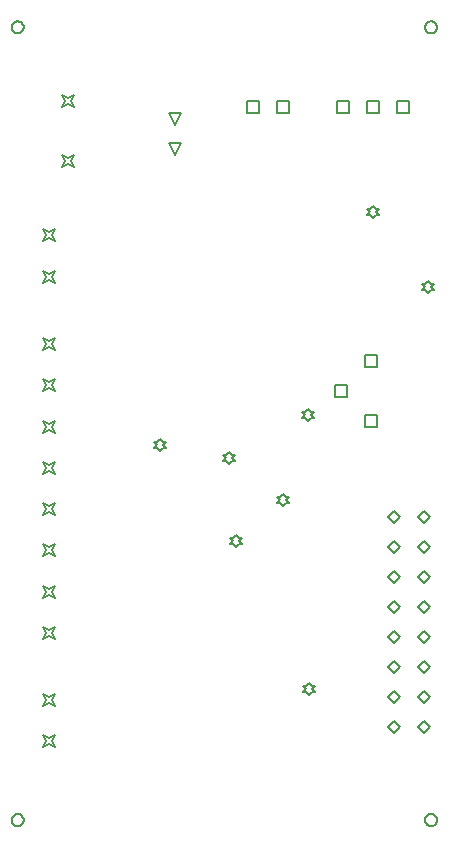
<source format=gbr>
%FSTAX23Y23*%
%MOIN*%
%SFA1B1*%

%IPPOS*%
%ADD31C,0.005000*%
%ADD62C,0.006667*%
%LN+-10v_stepdir_colorlight_drawing_1-1*%
%LPD*%
G54D31*
X0022Y0072D02*
X0023Y0074D01*
X0022Y0076*
X0024Y0075*
X0026Y0076*
X0025Y0074*
X0026Y0072*
X0024Y0073*
X0022Y0072*
Y00858D02*
X0023Y00878D01*
X0022Y00898*
X0024Y00888*
X0026Y00898*
X0025Y00878*
X0026Y00858*
X0024Y00868*
X0022Y00858*
Y00996D02*
X0023Y01016D01*
X0022Y01036*
X0024Y01026*
X0026Y01036*
X0025Y01016*
X0026Y00996*
X0024Y01006*
X0022Y00996*
Y01133D02*
X0023Y01153D01*
X0022Y01173*
X0024Y01163*
X0026Y01173*
X0025Y01153*
X0026Y01133*
X0024Y01143*
X0022Y01133*
Y01271D02*
X0023Y01291D01*
X0022Y01311*
X0024Y01301*
X0026Y01311*
X0025Y01291*
X0026Y01271*
X0024Y01281*
X0022Y01271*
Y01409D02*
X0023Y01429D01*
X0022Y01449*
X0024Y01439*
X0026Y01449*
X0025Y01429*
X0026Y01409*
X0024Y01419*
X0022Y01409*
Y01547D02*
X0023Y01567D01*
X0022Y01587*
X0024Y01577*
X0026Y01587*
X0025Y01567*
X0026Y01547*
X0024Y01557*
X0022Y01547*
Y01685D02*
X0023Y01705D01*
X0022Y01725*
X0024Y01715*
X0026Y01725*
X0025Y01705*
X0026Y01685*
X0024Y01695*
X0022Y01685*
Y02047D02*
X0023Y02067D01*
X0022Y02087*
X0024Y02077*
X0026Y02087*
X0025Y02067*
X0026Y02047*
X0024Y02057*
X0022Y02047*
Y01909D02*
X0023Y01929D01*
X0022Y01949*
X0024Y01939*
X0026Y01949*
X0025Y01929*
X0026Y01909*
X0024Y01919*
X0022Y01909*
Y00499D02*
X0023Y00519D01*
X0022Y00539*
X0024Y00529*
X0026Y00539*
X0025Y00519*
X0026Y00499*
X0024Y00509*
X0022Y00499*
Y00361D02*
X0023Y00381D01*
X0022Y00401*
X0024Y00391*
X0026Y00401*
X0025Y00381*
X0026Y00361*
X0024Y00371*
X0022Y00361*
X013Y02474D02*
Y02514D01*
X0134*
Y02474*
X013*
X014D02*
Y02514D01*
X0144*
Y02474*
X014*
X012D02*
Y02514D01*
X0124*
Y02474*
X012*
X01D02*
Y02514D01*
X0104*
Y02474*
X01*
X009D02*
Y02514D01*
X0094*
Y02474*
X009*
X0066Y02334D02*
X0064Y02374D01*
X0068*
X0066Y02334*
Y02434D02*
X0064Y02474D01*
X0068*
X0066Y02434*
X00285Y02294D02*
X00295Y02314D01*
X00285Y02334*
X00305Y02324*
X00325Y02334*
X00315Y02314*
X00325Y02294*
X00305Y02304*
X00285Y02294*
Y02494D02*
X00295Y02514D01*
X00285Y02534*
X00305Y02524*
X00325Y02534*
X00315Y02514*
X00325Y02494*
X00305Y02504*
X00285Y02494*
X01295Y01429D02*
Y01469D01*
X01335*
Y01429*
X01295*
X01195Y01529D02*
Y01569D01*
X01235*
Y01529*
X01195*
X01295Y01629D02*
Y01669D01*
X01335*
Y01629*
X01295*
X0137Y01129D02*
X0139Y01149D01*
X0141Y01129*
X0139Y01109*
X0137Y01129*
X0147D02*
X0149Y01149D01*
X0151Y01129*
X0149Y01109*
X0147Y01129*
X0137Y01029D02*
X0139Y01049D01*
X0141Y01029*
X0139Y01009*
X0137Y01029*
X0147D02*
X0149Y01049D01*
X0151Y01029*
X0149Y01009*
X0147Y01029*
X0137Y00929D02*
X0139Y00949D01*
X0141Y00929*
X0139Y00909*
X0137Y00929*
X0147D02*
X0149Y00949D01*
X0151Y00929*
X0149Y00909*
X0147Y00929*
X0137Y00829D02*
X0139Y00849D01*
X0141Y00829*
X0139Y00809*
X0137Y00829*
X0147D02*
X0149Y00849D01*
X0151Y00829*
X0149Y00809*
X0147Y00829*
X0137Y00729D02*
X0139Y00749D01*
X0141Y00729*
X0139Y00709*
X0137Y00729*
X0147D02*
X0149Y00749D01*
X0151Y00729*
X0149Y00709*
X0147Y00729*
X0137Y00629D02*
X0139Y00649D01*
X0141Y00629*
X0139Y00609*
X0137Y00629*
X0147D02*
X0149Y00649D01*
X0151Y00629*
X0149Y00609*
X0147Y00629*
X0137Y00529D02*
X0139Y00549D01*
X0141Y00529*
X0139Y00509*
X0137Y00529*
X0147D02*
X0149Y00549D01*
X0151Y00529*
X0149Y00509*
X0147Y00529*
X0137Y00429D02*
X0139Y00449D01*
X0141Y00429*
X0139Y00409*
X0137Y00429*
X0147D02*
X0149Y00449D01*
X0151Y00429*
X0149Y00409*
X0147Y00429*
X0102Y01164D02*
X0103Y01174D01*
X0104*
X0103Y01184*
X0104Y01194*
X0103*
X0102Y01204*
X0101Y01194*
X01*
X0101Y01184*
X01Y01174*
X0101*
X0102Y01164*
X01105Y01449D02*
X01115Y01459D01*
X01125*
X01115Y01469*
X01125Y01479*
X01115*
X01105Y01489*
X01095Y01479*
X01085*
X01095Y01469*
X01085Y01459*
X01095*
X01105Y01449*
X01107Y00534D02*
X01117Y00544D01*
X01127*
X01117Y00554*
X01127Y00564*
X01117*
X01107Y00574*
X01097Y00564*
X01087*
X01097Y00554*
X01087Y00544*
X01097*
X01107Y00534*
X00865Y01029D02*
X00875Y01039D01*
X00885*
X00875Y01049*
X00885Y01059*
X00875*
X00865Y01069*
X00855Y01059*
X00845*
X00855Y01049*
X00845Y01039*
X00855*
X00865Y01029*
X0061Y01349D02*
X0062Y01359D01*
X0063*
X0062Y01369*
X0063Y01379*
X0062*
X0061Y01389*
X006Y01379*
X0059*
X006Y01369*
X0059Y01359*
X006*
X0061Y01349*
X01505Y01874D02*
X01515Y01884D01*
X01525*
X01515Y01894*
X01525Y01904*
X01515*
X01505Y01914*
X01495Y01904*
X01485*
X01495Y01894*
X01485Y01884*
X01495*
X01505Y01874*
X01323Y02123D02*
X01333Y02133D01*
X01343*
X01333Y02143*
X01343Y02153*
X01333*
X01323Y02163*
X01313Y02153*
X01303*
X01313Y02143*
X01303Y02133*
X01313*
X01323Y02123*
X0084Y01304D02*
X0085Y01314D01*
X0086*
X0085Y01324*
X0086Y01334*
X0085*
X0084Y01344*
X0083Y01334*
X0082*
X0083Y01324*
X0082Y01314*
X0083*
X0084Y01304*
G54D62*
X01535Y00118D02*
D01*
X01535Y00119*
X01535Y0012*
X01534Y00122*
X01534Y00123*
X01534Y00124*
X01533Y00126*
X01533Y00127*
X01532Y00128*
X01531Y00129*
X0153Y0013*
X01529Y00132*
X01528Y00132*
X01527Y00133*
X01526Y00134*
X01525Y00135*
X01524Y00136*
X01522Y00136*
X01521Y00137*
X0152Y00137*
X01518Y00137*
X01517Y00138*
X01516Y00138*
X01514*
X01513Y00138*
X01511Y00137*
X0151Y00137*
X01509Y00137*
X01507Y00136*
X01506Y00136*
X01505Y00135*
X01504Y00134*
X01503Y00133*
X01502Y00132*
X01501Y00132*
X015Y0013*
X01499Y00129*
X01498Y00128*
X01497Y00127*
X01497Y00126*
X01496Y00124*
X01496Y00123*
X01495Y00122*
X01495Y0012*
X01495Y00119*
X01495Y00118*
X01495Y00116*
X01495Y00115*
X01495Y00113*
X01496Y00112*
X01496Y00111*
X01497Y00109*
X01497Y00108*
X01498Y00107*
X01499Y00106*
X015Y00105*
X01501Y00104*
X01502Y00103*
X01503Y00102*
X01504Y00101*
X01505Y001*
X01506Y001*
X01507Y00099*
X01509Y00099*
X0151Y00098*
X01511Y00098*
X01513Y00098*
X01514Y00098*
X01516*
X01517Y00098*
X01518Y00098*
X0152Y00098*
X01521Y00099*
X01522Y00099*
X01524Y001*
X01525Y001*
X01526Y00101*
X01527Y00102*
X01528Y00103*
X01529Y00104*
X0153Y00105*
X01531Y00106*
X01532Y00107*
X01533Y00108*
X01533Y00109*
X01534Y00111*
X01534Y00112*
X01534Y00113*
X01535Y00115*
X01535Y00116*
X01535Y00118*
X00157D02*
D01*
X00157Y00119*
X00157Y0012*
X00157Y00122*
X00156Y00123*
X00156Y00124*
X00155Y00126*
X00155Y00127*
X00154Y00128*
X00153Y00129*
X00152Y0013*
X00151Y00132*
X0015Y00132*
X00149Y00133*
X00148Y00134*
X00147Y00135*
X00146Y00136*
X00144Y00136*
X00143Y00137*
X00142Y00137*
X0014Y00137*
X00139Y00138*
X00138Y00138*
X00136*
X00135Y00138*
X00134Y00137*
X00132Y00137*
X00131Y00137*
X00129Y00136*
X00128Y00136*
X00127Y00135*
X00126Y00134*
X00125Y00133*
X00124Y00132*
X00123Y00132*
X00122Y0013*
X00121Y00129*
X0012Y00128*
X00119Y00127*
X00119Y00126*
X00118Y00124*
X00118Y00123*
X00117Y00122*
X00117Y0012*
X00117Y00119*
X00117Y00118*
X00117Y00116*
X00117Y00115*
X00117Y00113*
X00118Y00112*
X00118Y00111*
X00119Y00109*
X00119Y00108*
X0012Y00107*
X00121Y00106*
X00122Y00105*
X00123Y00104*
X00124Y00103*
X00125Y00102*
X00126Y00101*
X00127Y001*
X00128Y001*
X00129Y00099*
X00131Y00099*
X00132Y00098*
X00134Y00098*
X00135Y00098*
X00136Y00098*
X00138*
X00139Y00098*
X0014Y00098*
X00142Y00098*
X00143Y00099*
X00144Y00099*
X00146Y001*
X00147Y001*
X00148Y00101*
X00149Y00102*
X0015Y00103*
X00151Y00104*
X00152Y00105*
X00153Y00106*
X00154Y00107*
X00155Y00108*
X00155Y00109*
X00156Y00111*
X00156Y00112*
X00157Y00113*
X00157Y00115*
X00157Y00116*
X00157Y00118*
X01535Y0276D02*
D01*
X01535Y02762*
X01535Y02763*
X01534Y02765*
X01534Y02766*
X01534Y02767*
X01533Y02769*
X01533Y0277*
X01532Y02771*
X01531Y02772*
X0153Y02773*
X01529Y02774*
X01528Y02775*
X01527Y02776*
X01526Y02777*
X01525Y02778*
X01524Y02778*
X01522Y02779*
X01521Y02779*
X0152Y0278*
X01518Y0278*
X01517Y0278*
X01516Y0278*
X01514*
X01513Y0278*
X01511Y0278*
X0151Y0278*
X01509Y02779*
X01507Y02779*
X01506Y02778*
X01505Y02778*
X01504Y02777*
X01503Y02776*
X01502Y02775*
X01501Y02774*
X015Y02773*
X01499Y02772*
X01498Y02771*
X01497Y0277*
X01497Y02769*
X01496Y02767*
X01496Y02766*
X01495Y02765*
X01495Y02763*
X01495Y02762*
X01495Y0276*
X01495Y02759*
X01495Y02758*
X01495Y02756*
X01496Y02755*
X01496Y02754*
X01497Y02752*
X01497Y02751*
X01498Y0275*
X01499Y02749*
X015Y02748*
X01501Y02747*
X01502Y02746*
X01503Y02745*
X01504Y02744*
X01505Y02743*
X01506Y02742*
X01507Y02742*
X01509Y02741*
X0151Y02741*
X01511Y02741*
X01513Y02741*
X01514Y0274*
X01516*
X01517Y02741*
X01518Y02741*
X0152Y02741*
X01521Y02741*
X01522Y02742*
X01524Y02742*
X01525Y02743*
X01526Y02744*
X01527Y02745*
X01528Y02746*
X01529Y02747*
X0153Y02748*
X01531Y02749*
X01532Y0275*
X01533Y02751*
X01533Y02752*
X01534Y02754*
X01534Y02755*
X01534Y02756*
X01535Y02758*
X01535Y02759*
X01535Y0276*
X00157D02*
D01*
X00157Y02762*
X00157Y02763*
X00157Y02765*
X00156Y02766*
X00156Y02767*
X00155Y02769*
X00155Y0277*
X00154Y02771*
X00153Y02772*
X00152Y02773*
X00151Y02774*
X0015Y02775*
X00149Y02776*
X00148Y02777*
X00147Y02778*
X00146Y02778*
X00144Y02779*
X00143Y02779*
X00142Y0278*
X0014Y0278*
X00139Y0278*
X00138Y0278*
X00136*
X00135Y0278*
X00134Y0278*
X00132Y0278*
X00131Y02779*
X00129Y02779*
X00128Y02778*
X00127Y02778*
X00126Y02777*
X00125Y02776*
X00124Y02775*
X00123Y02774*
X00122Y02773*
X00121Y02772*
X0012Y02771*
X00119Y0277*
X00119Y02769*
X00118Y02767*
X00118Y02766*
X00117Y02765*
X00117Y02763*
X00117Y02762*
X00117Y0276*
X00117Y02759*
X00117Y02758*
X00117Y02756*
X00118Y02755*
X00118Y02754*
X00119Y02752*
X00119Y02751*
X0012Y0275*
X00121Y02749*
X00122Y02748*
X00123Y02747*
X00124Y02746*
X00125Y02745*
X00126Y02744*
X00127Y02743*
X00128Y02742*
X00129Y02742*
X00131Y02741*
X00132Y02741*
X00134Y02741*
X00135Y02741*
X00136Y0274*
X00138*
X00139Y02741*
X0014Y02741*
X00142Y02741*
X00143Y02741*
X00144Y02742*
X00146Y02742*
X00147Y02743*
X00148Y02744*
X00149Y02745*
X0015Y02746*
X00151Y02747*
X00152Y02748*
X00153Y02749*
X00154Y0275*
X00155Y02751*
X00155Y02752*
X00156Y02754*
X00156Y02755*
X00157Y02756*
X00157Y02758*
X00157Y02759*
X00157Y0276*
M02*
</source>
